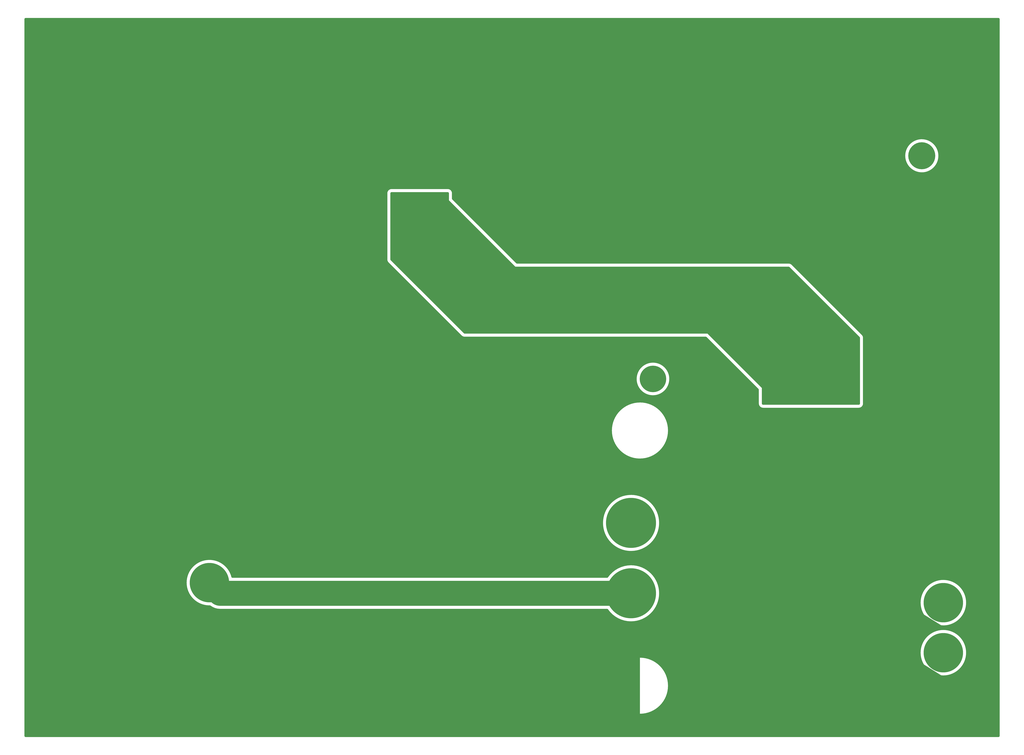
<source format=gbr>
%FSLAX23Y23*%
%MOIN*%
G04 EasyPC Gerber Version 17.0 Build 3379 *
%ADD96R,0.93089X0.93089*%
%ADD89R,0.94846X0.94846*%
%ADD80C,0.08782*%
%ADD105C,0.43910*%
%ADD103C,0.87820*%
%ADD97C,0.93089*%
%ADD90C,0.94846*%
%ADD101C,0.98358*%
%ADD100C,1.38299*%
%ADD81C,1.75640*%
X0Y0D02*
D02*
D80*
X484Y5328D02*
X34611D01*
Y30480*
X484*
Y5328*
X32679Y7403D02*
G75*
G02Y9085J841D01*
G01*
G75*
G02Y7403J-841*
G01*
X22035Y8112D02*
G75*
G02Y6057J-1027D01*
G01*
G75*
G02Y8112J1027*
G01*
X32679Y9160D02*
G75*
G02Y10841J841D01*
G01*
G75*
G02Y9160J-841*
G01*
X20881Y9740D02*
X7304D01*
G75*
G02X6945Y9862J588*
G01*
G75*
G02X6930Y9862I-15J840*
G01*
G75*
G02Y11544J841*
G01*
G75*
G02X7743Y10917J-841*
G01*
X20881*
G75*
G02X21723Y11356I842J-588*
G01*
G75*
G02Y9301J-1027*
G01*
G75*
G02X20881Y9740J1027*
G01*
X21723Y13826D02*
G75*
G02Y11771J-1027D01*
G01*
G75*
G02Y13826J1027*
G01*
X26356Y16798D02*
G75*
G02X26162Y16991J193D01*
G01*
Y17473*
X24343Y19292*
X15887*
G75*
G02X15751Y19348I0J193*
G01*
X13186Y21913*
G75*
G02X13130Y22049I137J137*
G01*
Y24368*
G75*
G02X13323Y24561I193*
G01*
X15290*
G75*
G02X15483Y24368J-193*
G01*
Y24184*
X17724Y21944*
X27251*
G75*
G02X27388Y21887I0J-193*
G01*
X29847Y19428*
G75*
G02X29903Y19292I-137J-137*
G01*
Y16991*
G75*
G02X29710Y16798I-193*
G01*
X26356*
X22035Y17070D02*
G75*
G02Y15015J-1027D01*
G01*
G75*
G02Y17070J1027*
G01*
X21877Y17852D02*
G75*
G02X23106I615D01*
G01*
G75*
G02X21877I-615*
G01*
X31923Y25062D02*
G75*
G02Y26309J624D01*
G01*
G75*
G02Y25062J-624*
G01*
X32679Y5328D02*
G36*
X34611D01*
Y30480*
X32679*
Y10841*
G75*
G02Y9160J-841*
G01*
Y9085*
G75*
G02Y7403J-841*
G01*
Y5328*
G37*
Y7403D02*
G36*
G75*
G02X31923Y7875J841D01*
G01*
Y5328*
X32679*
Y7403*
G37*
Y9160D02*
G36*
G75*
G02X31923Y9631J841D01*
G01*
Y8614*
G75*
G02X32679Y9085I755J-369*
G01*
Y9160*
G37*
Y30480D02*
G36*
X31923D01*
Y26309*
G75*
G02Y25062J-624*
G01*
Y10370*
G75*
G02X32679Y10841I755J-369*
G01*
Y30480*
G37*
X22035Y5328D02*
G36*
X31923D01*
Y7875*
G75*
G02Y8614I755J369*
G01*
Y9631*
G75*
G02Y10370I755J369*
G01*
Y25062*
G75*
G02Y26309J624*
G01*
Y30480*
X22035*
Y21944*
X27251*
G75*
G02X27388Y21887I0J-193*
G01*
X29847Y19428*
G75*
G02X29903Y19292I-137J-137*
G01*
Y16991*
G75*
G02X29710Y16798I-193*
G01*
X26356*
G75*
G02X26162Y16991J193*
G01*
Y17473*
X24343Y19292*
X22035*
Y18263*
G75*
G02X23106Y17852I457J-412*
G01*
G75*
G02X22035Y17440I-615*
G01*
Y17070*
G75*
G02Y15015J-1027*
G01*
Y13778*
G75*
G02Y11820I-312J-979*
G01*
Y11308*
G75*
G02Y9350I-312J-979*
G01*
Y8112*
G75*
G02Y6057J-1027*
G01*
Y5328*
G37*
Y6057D02*
G36*
G75*
G02Y8112J1027D01*
G01*
Y9350*
G75*
G02X21723Y9301I-312J979*
G01*
G75*
G02X20881Y9740J1027*
G01*
X7304*
G75*
G02X6945Y9862J588*
G01*
G75*
G02X6930Y9862I-15J840*
G01*
G75*
G02Y11544J841*
G01*
G75*
G02X7743Y10917J-841*
G01*
X20881*
G75*
G02X21723Y11356I842J-588*
G01*
G75*
G02X22035Y11308I0J-1028*
G01*
Y11820*
G75*
G02X21723Y11771I-312J979*
G01*
G75*
G02Y13826J1027*
G01*
G75*
G02X22035Y13778I0J-1028*
G01*
Y15015*
G75*
G02Y17070J1027*
G01*
Y17440*
G75*
G02X21877Y17852I457J412*
G01*
G75*
G02X22035Y18263I615*
G01*
Y19292*
X15887*
G75*
G02X15751Y19348I0J193*
G01*
X13186Y21913*
G75*
G02X13130Y22049I137J137*
G01*
Y24368*
G75*
G02X13323Y24561I193*
G01*
X15290*
G75*
G02X15483Y24368J-193*
G01*
Y24184*
X17724Y21944*
X22035*
Y30480*
X484*
Y5328*
X22035*
Y6057*
G37*
X26356Y16991D02*
X29710D01*
Y19292*
X27251Y21751*
X17644*
X15290Y24104*
Y24368*
X13323*
Y22049*
X15887Y19485*
X24423*
X26356Y17553*
Y16991*
G36*
X29710*
Y19292*
X27251Y21751*
X17644*
X15290Y24104*
Y24368*
X13323*
Y22049*
X15887Y19485*
X24423*
X26356Y17553*
Y16991*
G37*
D02*
D81*
X25016Y10329D03*
X21723D03*
X25016Y12799D03*
X21723D03*
D02*
D89*
X31923Y29143D03*
D02*
D90*
Y25685D03*
D02*
D96*
X28533Y17852D03*
D02*
D97*
X22491D03*
D02*
D100*
X32679Y8244D03*
Y10000D03*
X6930Y10703D03*
X32679Y11757D03*
X6930Y12459D03*
X32679Y13513D03*
D02*
D101*
X25583Y20767D03*
X14394Y23279D03*
X25021Y28302D03*
D02*
D103*
X25016Y10329D02*
Y10334D01*
X27936*
X29365Y11762*
X32679*
Y11757*
X21723Y10329D02*
X7304D01*
X6930Y10703*
X25016Y12799D02*
X25015D01*
X23440Y14374*
X19997*
X18434Y12811*
X7269Y12799*
X6930Y12459*
X28498Y17852D02*
X25583Y20767D01*
X16906*
X14394Y23279*
X25021Y28302D02*
X25038D01*
Y27143*
X32696Y19485*
Y13513*
X32679*
D02*
D105*
X28533Y17852D02*
X28498D01*
X0Y0D02*
M02*

</source>
